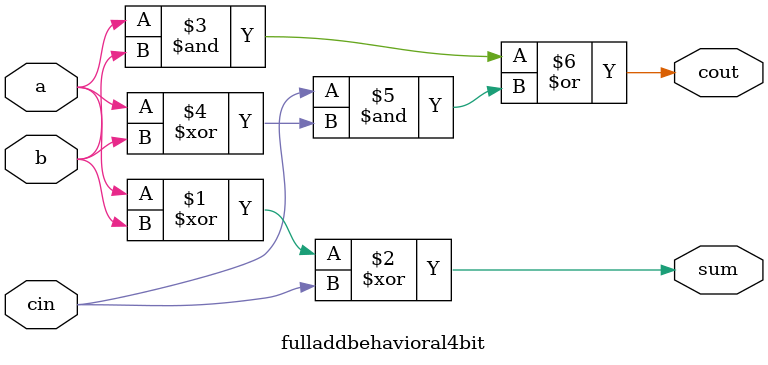
<source format=v>
module fulladdbehavioral4bit(a,b,cin, sum, cout);
             input a,b,cin;
             output sum, cout;
             
             assign sum = a^b^cin;
             assign cout = (a & b) | (cin&(a^b));
             endmodule
             
</source>
